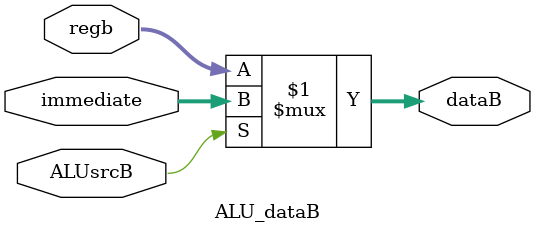
<source format=v>
`timescale 1ns / 1ps


module ALU_dataB(input ALUsrcB, input [31:0] regb, input [31:0] immediate, output [31:0]dataB);
    assign dataB = ALUsrcB ? immediate : regb;//ALUsrcBÎª1£¬dataAÎªÀ©Õ¹ºóµÄ32Î»Á¢¼´Êý£¬ALUsrcBÎª0£¬dataBÎªÎ»regb
endmodule

</source>
